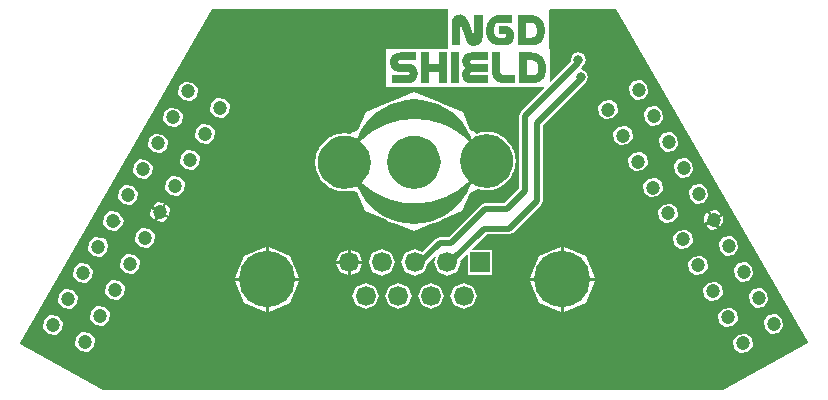
<source format=gtl>
%FSLAX44Y44*%
%MOMM*%
G71*
G01*
G75*
G04 Layer_Physical_Order=1*
G04 Layer_Color=255*
%ADD10C,0.2540*%
%ADD11C,0.2000*%
%ADD12C,0.5000*%
%ADD13C,1.2000*%
%ADD14C,4.7600*%
%ADD15R,1.6900X1.6900*%
%ADD16C,1.6900*%
%ADD17C,0.8000*%
G36*
X303565Y322089D02*
X304004Y322046D01*
X304531Y321914D01*
X305191Y321738D01*
X305893Y321430D01*
X306641Y321035D01*
X307344Y320463D01*
X307388D01*
X307432Y320376D01*
X307651Y320156D01*
X308003Y319760D01*
X308398Y319277D01*
X308882Y318618D01*
X309365Y317827D01*
X309804Y316904D01*
X310200Y315850D01*
X314462Y302711D01*
Y302667D01*
X314550Y302579D01*
X314638Y302447D01*
X314770Y302403D01*
X314814D01*
X314902Y302447D01*
X314989Y302579D01*
X315033Y302843D01*
Y321914D01*
X322020D01*
Y302711D01*
Y302623D01*
Y302447D01*
X321976Y302140D01*
X321932Y301744D01*
X321888Y301305D01*
X321801Y300821D01*
X321625Y300294D01*
X321449Y299811D01*
X321405Y299767D01*
X321361Y299591D01*
X321229Y299327D01*
X321054Y299020D01*
X320834Y298668D01*
X320526Y298317D01*
X320219Y297921D01*
X319867Y297570D01*
X319823Y297526D01*
X319691Y297438D01*
X319472Y297262D01*
X319208Y297043D01*
X318856Y296823D01*
X318461Y296603D01*
X318022Y296383D01*
X317538Y296164D01*
X317494D01*
X317318Y296076D01*
X317055Y296032D01*
X316703Y295944D01*
X316264Y295856D01*
X315781Y295768D01*
X315209Y295724D01*
X314638Y295680D01*
X314418D01*
X314242Y295724D01*
X313803Y295768D01*
X313276Y295856D01*
X312617Y296032D01*
X311957Y296252D01*
X311255Y296603D01*
X310551Y297043D01*
X310464Y297086D01*
X310244Y297306D01*
X309936Y297614D01*
X309541Y298053D01*
X309101Y298580D01*
X308662Y299284D01*
X308266Y300075D01*
X307915Y300953D01*
X303345Y315059D01*
Y315103D01*
X303301Y315234D01*
X303213Y315322D01*
X303037Y315366D01*
X302993D01*
X302949Y315322D01*
X302861Y315234D01*
X302818Y315015D01*
Y295900D01*
X295831D01*
Y315059D01*
Y315147D01*
Y315322D01*
X295875Y315630D01*
X295919Y316025D01*
X295963Y316465D01*
X296050Y316948D01*
X296182Y317475D01*
X296358Y317959D01*
X296402Y318003D01*
X296446Y318179D01*
X296578Y318442D01*
X296754Y318750D01*
X296973Y319101D01*
X297237Y319453D01*
X297896Y320200D01*
X297940Y320244D01*
X298072Y320332D01*
X298292Y320508D01*
X298555Y320727D01*
X298907Y320947D01*
X299346Y321167D01*
X299786Y321386D01*
X300269Y321606D01*
X300313Y321650D01*
X300489Y321694D01*
X300796Y321782D01*
X301148Y321870D01*
X301587Y321958D01*
X302071Y322046D01*
X302598Y322133D01*
X303389D01*
X303565Y322089D01*
D02*
G37*
G36*
X291815Y263900D02*
X285092D01*
Y273655D01*
X276831D01*
Y263900D01*
X270108D01*
Y289958D01*
X276831D01*
Y280378D01*
X285092D01*
Y289958D01*
X291815D01*
Y263900D01*
D02*
G37*
G36*
X346847Y315234D02*
X335862D01*
X335598Y315191D01*
X335247Y315147D01*
X334763Y315059D01*
X334236Y314839D01*
X333709Y314575D01*
X333226Y314224D01*
X332786Y313696D01*
X332742Y313609D01*
X332610Y313433D01*
X332435Y313037D01*
X332259Y312510D01*
X332083Y311851D01*
X331907Y311016D01*
X331775Y310005D01*
X331731Y309434D01*
Y308819D01*
Y308731D01*
Y308555D01*
X331775Y308248D01*
X331819Y307852D01*
X331863Y307369D01*
X331951Y306842D01*
X332083Y306314D01*
X332259Y305743D01*
X332478Y305128D01*
X332742Y304601D01*
X333094Y304073D01*
X333489Y303590D01*
X333973Y303194D01*
X334544Y302887D01*
X335159Y302711D01*
X335906Y302623D01*
X340959D01*
X341179Y302667D01*
X341443Y302799D01*
X341706Y303062D01*
Y303106D01*
X341750Y303150D01*
X341926Y303370D01*
X342058Y303722D01*
X342102Y304117D01*
Y304161D01*
Y304205D01*
X342058Y304469D01*
X341926Y304820D01*
X341706Y305216D01*
Y305260D01*
X341662Y305304D01*
X341487Y305479D01*
X341223Y305655D01*
X341047Y305743D01*
X335818D01*
Y312466D01*
X341311D01*
X341618Y312422D01*
X342058Y312378D01*
X342497Y312290D01*
X343024Y312159D01*
X343552Y311983D01*
X344079Y311763D01*
X344123Y311719D01*
X344343Y311631D01*
X344606Y311499D01*
X344914Y311280D01*
X345309Y311016D01*
X345749Y310708D01*
X346144Y310313D01*
X346540Y309918D01*
X346584Y309874D01*
X346716Y309698D01*
X346891Y309478D01*
X347155Y309170D01*
X347419Y308775D01*
X347682Y308336D01*
X347946Y307808D01*
X348210Y307281D01*
X348254Y307237D01*
X348298Y307017D01*
X348386Y306754D01*
X348517Y306358D01*
X348649Y305919D01*
X348737Y305435D01*
X348781Y304908D01*
X348825Y304337D01*
Y304249D01*
Y304029D01*
X348781Y303678D01*
X348737Y303238D01*
X348649Y302711D01*
X348561Y302140D01*
X348386Y301525D01*
X348166Y300953D01*
X348122Y300909D01*
X348034Y300690D01*
X347902Y300426D01*
X347726Y300075D01*
X347463Y299635D01*
X347199Y299196D01*
X346847Y298756D01*
X346452Y298317D01*
X346408Y298273D01*
X346276Y298141D01*
X346013Y297921D01*
X345749Y297702D01*
X345354Y297394D01*
X344914Y297130D01*
X344475Y296823D01*
X343947Y296559D01*
X343903Y296515D01*
X343728Y296471D01*
X343420Y296383D01*
X343069Y296252D01*
X342629Y296120D01*
X342146Y296032D01*
X341575Y295944D01*
X341003Y295900D01*
X336653D01*
X336433Y295944D01*
X336170D01*
X335862Y295988D01*
X335115Y296120D01*
X334192Y296295D01*
X333181Y296603D01*
X332083Y296999D01*
X330984Y297526D01*
X329886Y298229D01*
X329315Y298624D01*
X328787Y299064D01*
X328260Y299547D01*
X327777Y300118D01*
X327293Y300734D01*
X326898Y301349D01*
X326458Y302096D01*
X326107Y302843D01*
X325799Y303678D01*
X325536Y304601D01*
X325316Y305567D01*
X325140Y306578D01*
X325052Y307676D01*
X325008Y308863D01*
Y308995D01*
Y309039D01*
Y309126D01*
Y309302D01*
X325052Y309566D01*
Y309830D01*
X325096Y310181D01*
X325140Y310577D01*
X325228Y311016D01*
X325404Y311983D01*
X325667Y313081D01*
X326063Y314268D01*
X326546Y315498D01*
X327205Y316684D01*
X327996Y317871D01*
X328480Y318398D01*
X328963Y318969D01*
X329534Y319453D01*
X330106Y319936D01*
X330765Y320376D01*
X331512Y320771D01*
X332259Y321123D01*
X333094Y321386D01*
X333973Y321650D01*
X334895Y321826D01*
X335906Y321914D01*
X337005Y321958D01*
X346847D01*
Y315234D01*
D02*
G37*
G36*
X597696Y44993D02*
X597358Y43768D01*
X525722Y3788D01*
X986D01*
X-69475Y43112D01*
X-69813Y44337D01*
X93116Y326512D01*
X292561D01*
Y325403D01*
X292561D01*
Y293228D01*
X240517D01*
Y260630D01*
X373882D01*
X374368Y259457D01*
X354187Y239275D01*
X352760Y235831D01*
Y174718D01*
X340513Y162471D01*
X324031D01*
X320587Y161044D01*
X293413Y133871D01*
X286231D01*
X282787Y132444D01*
X271123Y120780D01*
X264531Y123511D01*
X256533Y120198D01*
X253220Y112200D01*
X256533Y104202D01*
X264531Y100889D01*
X272529Y104202D01*
X275504Y111385D01*
X281871Y117752D01*
X282927Y117047D01*
X280920Y112200D01*
X284233Y104202D01*
X292231Y100889D01*
X300229Y104202D01*
X303542Y112200D01*
X302979Y113560D01*
X308307Y118888D01*
X309481Y118402D01*
Y101750D01*
X330381D01*
Y122650D01*
X313729D01*
X313242Y123823D01*
X325448Y136029D01*
X344731D01*
X348175Y137456D01*
X371675Y160956D01*
X373102Y164400D01*
X373102Y164400D01*
X373102Y164400D01*
Y164400D01*
Y228613D01*
X408494Y264006D01*
X408497Y264013D01*
X409692Y264508D01*
X411594Y269100D01*
X409692Y273692D01*
X405228Y275541D01*
Y275541D01*
X405228Y275541D01*
X405100Y275594D01*
X405100Y275594D01*
X404773Y276084D01*
X406544Y277856D01*
X407032Y279035D01*
X407692Y279308D01*
X409594Y283900D01*
X407692Y288492D01*
X403100Y290394D01*
X398508Y288492D01*
X396606Y283900D01*
X397252Y282340D01*
X380276Y265364D01*
X379103Y265850D01*
Y293228D01*
X378065D01*
Y325403D01*
X378065D01*
Y325614D01*
X378963Y326512D01*
X435146D01*
X597696Y44993D01*
D02*
G37*
G36*
X363370Y321914D02*
X363633D01*
X363941Y321870D01*
X364732Y321738D01*
X365611Y321562D01*
X366621Y321255D01*
X367720Y320859D01*
X368819Y320332D01*
X369917Y319629D01*
X370488Y319233D01*
X371016Y318794D01*
X371543Y318266D01*
X372026Y317739D01*
X372510Y317124D01*
X372949Y316465D01*
X373344Y315762D01*
X373696Y314971D01*
X374004Y314136D01*
X374267Y313257D01*
X374487Y312290D01*
X374663Y311236D01*
X374751Y310137D01*
X374795Y308951D01*
Y308863D01*
Y308643D01*
Y308336D01*
X374751Y307852D01*
X374707Y307325D01*
X374619Y306710D01*
X374531Y306007D01*
X374399Y305260D01*
X374267Y304469D01*
X374048Y303634D01*
X373784Y302843D01*
X373520Y302008D01*
X373125Y301217D01*
X372729Y300470D01*
X372246Y299767D01*
X371719Y299108D01*
X371675Y299064D01*
X371587Y298976D01*
X371411Y298800D01*
X371147Y298624D01*
X370840Y298361D01*
X370444Y298097D01*
X370005Y297789D01*
X369478Y297526D01*
X368862Y297218D01*
X368203Y296911D01*
X367456Y296647D01*
X366665Y296383D01*
X365830Y296208D01*
X364864Y296032D01*
X363853Y295944D01*
X362798Y295900D01*
X351857D01*
Y321958D01*
X363150D01*
X363370Y321914D01*
D02*
G37*
G36*
X326530Y283235D02*
X312820D01*
X312556Y283190D01*
X312248Y283059D01*
X311941Y282795D01*
X311897Y282707D01*
X311765Y282487D01*
X311589Y282180D01*
X311546Y281784D01*
Y281740D01*
Y281696D01*
X311589Y281433D01*
X311677Y281081D01*
X311897Y280730D01*
X311985Y280686D01*
X312161Y280554D01*
X312512Y280378D01*
X312952Y280334D01*
X326530D01*
Y273611D01*
X312820D01*
X312556Y273567D01*
X312248Y273435D01*
X311941Y273172D01*
X311897Y273084D01*
X311765Y272908D01*
X311589Y272557D01*
X311546Y272117D01*
Y272073D01*
Y272029D01*
X311589Y271722D01*
X311721Y271370D01*
X311941Y271019D01*
X312029Y270975D01*
X312205Y270843D01*
X312556Y270667D01*
X312952Y270623D01*
X326530D01*
Y263900D01*
X311677D01*
X311370Y263944D01*
X310930Y263988D01*
X310447Y264032D01*
X309920Y264164D01*
X309392Y264296D01*
X308865Y264471D01*
X308821Y264515D01*
X308645Y264603D01*
X308382Y264735D01*
X308074Y264911D01*
X307722Y265130D01*
X307327Y265438D01*
X306975Y265746D01*
X306624Y266097D01*
X306580Y266141D01*
X306492Y266273D01*
X306316Y266493D01*
X306141Y266756D01*
X305921Y267108D01*
X305701Y267547D01*
X305481Y267987D01*
X305262Y268470D01*
Y268514D01*
X305174Y268734D01*
X305130Y268997D01*
X305042Y269349D01*
X304954Y269788D01*
X304866Y270272D01*
X304822Y270799D01*
X304778Y271370D01*
Y271414D01*
Y271502D01*
Y271634D01*
X304822Y271810D01*
X304866Y272293D01*
X304954Y272820D01*
Y272864D01*
X304998Y272952D01*
X305042Y273128D01*
X305086Y273304D01*
X305262Y273787D01*
X305481Y274358D01*
Y274402D01*
X305569Y274490D01*
X305657Y274666D01*
X305745Y274841D01*
X306053Y275325D01*
X306448Y275852D01*
X306492Y275896D01*
X306536Y275984D01*
X306668Y276116D01*
X306844Y276248D01*
X307239Y276643D01*
X307766Y277039D01*
X307679Y277083D01*
X307503Y277214D01*
X307195Y277434D01*
X306844Y277742D01*
X306448Y278137D01*
X306097Y278577D01*
X305745Y279104D01*
X305438Y279675D01*
X305394Y279763D01*
X305350Y279939D01*
X305262Y280290D01*
X305130Y280730D01*
X304998Y281257D01*
X304910Y281828D01*
X304866Y282487D01*
X304822Y283147D01*
Y283190D01*
Y283366D01*
X304866Y283630D01*
Y283981D01*
X304954Y284377D01*
X305042Y284816D01*
X305130Y285256D01*
X305306Y285739D01*
X305350Y285783D01*
X305394Y285959D01*
X305525Y286179D01*
X305701Y286486D01*
X306141Y287189D01*
X306756Y287892D01*
X306800Y287936D01*
X306931Y288068D01*
X307107Y288200D01*
X307371Y288420D01*
X307722Y288683D01*
X308074Y288903D01*
X308514Y289167D01*
X308997Y289386D01*
X309041Y289430D01*
X309216Y289474D01*
X309524Y289562D01*
X309876Y289694D01*
X310315Y289782D01*
X310798Y289870D01*
X311370Y289914D01*
X311985Y289958D01*
X326530D01*
Y283235D01*
D02*
G37*
G36*
X301878Y263900D02*
X295155D01*
Y289958D01*
X301878D01*
Y263900D01*
D02*
G37*
G36*
X265494Y283235D02*
X251784D01*
X251521Y283190D01*
X251213Y283059D01*
X250905Y282795D01*
X250862Y282707D01*
X250730Y282487D01*
X250554Y282180D01*
X250510Y281784D01*
Y281740D01*
Y281696D01*
X250554Y281433D01*
X250686Y281081D01*
X250905Y280730D01*
X250993Y280686D01*
X251169Y280554D01*
X251521Y280378D01*
X251916Y280334D01*
X258815D01*
X259079Y280290D01*
X259430D01*
X259826Y280246D01*
X260749Y280071D01*
X261759Y279851D01*
X262814Y279455D01*
X263824Y278972D01*
X264308Y278621D01*
X264747Y278269D01*
X264791Y278225D01*
X264835Y278181D01*
X264967Y278049D01*
X265099Y277873D01*
X265275Y277654D01*
X265494Y277434D01*
X265714Y277083D01*
X265934Y276731D01*
X266109Y276336D01*
X266329Y275896D01*
X266549Y275369D01*
X266725Y274841D01*
X266856Y274226D01*
X266988Y273567D01*
X267032Y272864D01*
X267076Y272117D01*
Y272073D01*
Y271941D01*
Y271722D01*
X267032Y271458D01*
X266988Y271106D01*
X266944Y270711D01*
X266812Y269832D01*
X266505Y268822D01*
X266109Y267811D01*
X265846Y267283D01*
X265538Y266844D01*
X265187Y266361D01*
X264791Y265965D01*
X264747D01*
X264703Y265877D01*
X264571Y265790D01*
X264352Y265658D01*
X264132Y265482D01*
X263868Y265306D01*
X263517Y265130D01*
X263121Y264955D01*
X262682Y264735D01*
X262199Y264559D01*
X261671Y264383D01*
X261100Y264208D01*
X260485Y264076D01*
X259826Y263988D01*
X259079Y263944D01*
X258332Y263900D01*
X244973D01*
Y270623D01*
X259210D01*
X259430Y270667D01*
X259694Y270799D01*
X259958Y271019D01*
X260002Y271106D01*
X260133Y271326D01*
X260265Y271678D01*
X260309Y272117D01*
Y272161D01*
Y272205D01*
Y272249D01*
X260265Y272513D01*
X260177Y272864D01*
X259958Y273172D01*
X259914Y273260D01*
X259738Y273391D01*
X259474Y273523D01*
X259123Y273611D01*
X252092D01*
X251653Y273655D01*
X251081Y273699D01*
X250422Y273787D01*
X249763Y273919D01*
X249060Y274095D01*
X248401Y274358D01*
X248313Y274402D01*
X248137Y274490D01*
X247830Y274666D01*
X247478Y274886D01*
X247039Y275149D01*
X246599Y275457D01*
X246160Y275852D01*
X245720Y276248D01*
X245676Y276292D01*
X245545Y276467D01*
X245369Y276687D01*
X245149Y276995D01*
X244929Y277390D01*
X244666Y277830D01*
X244446Y278313D01*
X244226Y278840D01*
Y278928D01*
X244138Y279104D01*
X244095Y279412D01*
X244007Y279763D01*
X243919Y280246D01*
X243875Y280730D01*
X243787Y281828D01*
Y281916D01*
Y282092D01*
X243831Y282400D01*
Y282839D01*
X243919Y283278D01*
X244007Y283806D01*
X244095Y284377D01*
X244270Y284904D01*
X244314Y284992D01*
X244358Y285168D01*
X244490Y285432D01*
X244666Y285783D01*
X244841Y286179D01*
X245105Y286618D01*
X245457Y287057D01*
X245808Y287497D01*
X245852Y287541D01*
X245984Y287673D01*
X246248Y287892D01*
X246555Y288156D01*
X246951Y288420D01*
X247390Y288727D01*
X247917Y289035D01*
X248533Y289298D01*
X248620Y289342D01*
X248840Y289386D01*
X249192Y289518D01*
X249675Y289650D01*
X250246Y289738D01*
X250905Y289870D01*
X251653Y289914D01*
X252487Y289958D01*
X265494D01*
Y283235D01*
D02*
G37*
G36*
X364408Y289914D02*
X364671D01*
X364979Y289870D01*
X365770Y289738D01*
X366649Y289562D01*
X367659Y289254D01*
X368758Y288859D01*
X369856Y288332D01*
X370955Y287629D01*
X371526Y287233D01*
X372054Y286794D01*
X372581Y286266D01*
X373064Y285739D01*
X373548Y285124D01*
X373987Y284465D01*
X374383Y283762D01*
X374734Y282971D01*
X375042Y282136D01*
X375305Y281257D01*
X375525Y280290D01*
X375701Y279236D01*
X375789Y278137D01*
X375833Y276951D01*
Y276863D01*
Y276643D01*
Y276336D01*
X375789Y275852D01*
X375745Y275325D01*
X375657Y274710D01*
X375569Y274007D01*
X375437Y273260D01*
X375305Y272469D01*
X375086Y271634D01*
X374822Y270843D01*
X374558Y270008D01*
X374163Y269217D01*
X373767Y268470D01*
X373284Y267767D01*
X372757Y267108D01*
X372713Y267064D01*
X372625Y266976D01*
X372449Y266800D01*
X372185Y266624D01*
X371878Y266361D01*
X371482Y266097D01*
X371043Y265790D01*
X370516Y265526D01*
X369900Y265218D01*
X369241Y264911D01*
X368494Y264647D01*
X367703Y264383D01*
X366868Y264208D01*
X365902Y264032D01*
X364891Y263944D01*
X363836Y263900D01*
X352895D01*
Y289958D01*
X364188D01*
X364408Y289914D01*
D02*
G37*
G36*
X336636Y275325D02*
Y275281D01*
Y275237D01*
Y274973D01*
X336724Y274534D01*
X336812Y274051D01*
X336944Y273479D01*
X337164Y272908D01*
X337471Y272337D01*
X337867Y271854D01*
X337911Y271810D01*
X338086Y271678D01*
X338394Y271458D01*
X338789Y271238D01*
X339273Y271019D01*
X339888Y270799D01*
X340591Y270667D01*
X341426Y270623D01*
X349907D01*
Y263900D01*
X341074D01*
X340811Y263944D01*
X340547D01*
X339844Y263988D01*
X339053Y264076D01*
X338174Y264251D01*
X337295Y264427D01*
X336461Y264691D01*
X336417D01*
X336373Y264735D01*
X336109Y264823D01*
X335670Y265042D01*
X335186Y265262D01*
X334615Y265614D01*
X334000Y266009D01*
X333385Y266449D01*
X332813Y266976D01*
X332769Y267064D01*
X332594Y267240D01*
X332330Y267547D01*
X331978Y267987D01*
X331627Y268514D01*
X331275Y269129D01*
X330924Y269832D01*
X330616Y270579D01*
Y270623D01*
X330572Y270667D01*
Y270799D01*
X330528Y270931D01*
X330397Y271370D01*
X330265Y271985D01*
X330133Y272644D01*
X330045Y273479D01*
X329957Y274358D01*
X329913Y275325D01*
Y289958D01*
X336636D01*
Y275325D01*
D02*
G37*
%LPC*%
G36*
X-18572Y111353D02*
X-23830Y107318D01*
X-24695Y100747D01*
X-20660Y95489D01*
X-14089Y94624D01*
X-8831Y98659D01*
X-7966Y105230D01*
X-12001Y110487D01*
X-18572Y111353D01*
D02*
G37*
G36*
X138311Y125400D02*
X119834Y117746D01*
X112181Y99270D01*
X138311D01*
Y125400D01*
D02*
G37*
G36*
X545283Y112652D02*
X538713Y111786D01*
X534678Y106529D01*
X535543Y99958D01*
X540801Y95924D01*
X547372Y96789D01*
X551406Y102046D01*
X550541Y108617D01*
X545283Y112652D01*
D02*
G37*
G36*
X557983Y90655D02*
X551413Y89789D01*
X547378Y84532D01*
X548243Y77961D01*
X553501Y73926D01*
X560072Y74791D01*
X564106Y80049D01*
X563241Y86620D01*
X557983Y90655D01*
D02*
G37*
G36*
X-31272Y89355D02*
X-36530Y85321D01*
X-37395Y78750D01*
X-33360Y73492D01*
X-26789Y72627D01*
X-21532Y76662D01*
X-20666Y83232D01*
X-24701Y88490D01*
X-31272Y89355D01*
D02*
G37*
G36*
X8715Y97215D02*
X3457Y93180D01*
X2592Y86610D01*
X6627Y81352D01*
X13198Y80487D01*
X18455Y84521D01*
X19320Y91092D01*
X15286Y96350D01*
X8715Y97215D01*
D02*
G37*
G36*
X519446Y96003D02*
X512876Y95138D01*
X508841Y89880D01*
X509706Y83309D01*
X514964Y79274D01*
X521535Y80139D01*
X525569Y85397D01*
X524704Y91968D01*
X519446Y96003D01*
D02*
G37*
G36*
X506746Y117999D02*
X500176Y117135D01*
X496141Y111877D01*
X497006Y105306D01*
X502264Y101271D01*
X508835Y102136D01*
X512869Y107394D01*
X512004Y113965D01*
X506746Y117999D01*
D02*
G37*
G36*
X207861Y110930D02*
X198346D01*
X201133Y104202D01*
X207861Y101415D01*
Y110930D01*
D02*
G37*
G36*
X219916D02*
X210401D01*
Y101415D01*
X217129Y104202D01*
X219916Y110930D01*
D02*
G37*
G36*
X236831Y123511D02*
X228833Y120198D01*
X225520Y112200D01*
X228833Y104202D01*
X236831Y100889D01*
X244829Y104202D01*
X248142Y112200D01*
X244829Y120198D01*
X236831Y123511D01*
D02*
G37*
G36*
X140851Y125400D02*
Y99270D01*
X166980D01*
X159327Y117746D01*
X140851Y125400D01*
D02*
G37*
G36*
X388211D02*
X369734Y117746D01*
X362081Y99270D01*
X388211D01*
Y125400D01*
D02*
G37*
G36*
X390751D02*
Y99270D01*
X416880D01*
X409227Y117746D01*
X390751Y125400D01*
D02*
G37*
G36*
X306081Y95111D02*
X298083Y91798D01*
X294770Y83800D01*
X298083Y75802D01*
X306081Y72489D01*
X314079Y75802D01*
X317392Y83800D01*
X314079Y91798D01*
X306081Y95111D01*
D02*
G37*
G36*
X-43972Y67358D02*
X-49229Y63324D01*
X-50095Y56753D01*
X-46060Y51495D01*
X-39489Y50630D01*
X-34232Y54665D01*
X-33366Y61235D01*
X-37401Y66493D01*
X-43972Y67358D01*
D02*
G37*
G36*
X570683Y68657D02*
X564113Y67793D01*
X560078Y62535D01*
X560943Y55964D01*
X566201Y51929D01*
X572772Y52794D01*
X576806Y58052D01*
X575941Y64623D01*
X570683Y68657D01*
D02*
G37*
G36*
X532146Y74005D02*
X525576Y73140D01*
X521541Y67882D01*
X522406Y61312D01*
X527664Y57277D01*
X534235Y58142D01*
X538269Y63400D01*
X537404Y69971D01*
X532146Y74005D01*
D02*
G37*
G36*
X-16685Y53221D02*
X-21943Y49186D01*
X-22808Y42616D01*
X-18773Y37358D01*
X-12202Y36493D01*
X-6945Y40527D01*
X-6079Y47098D01*
X-10114Y52356D01*
X-16685Y53221D01*
D02*
G37*
G36*
X364891Y283235D02*
X359618D01*
Y270623D01*
X364979D01*
X365243Y270667D01*
X365594Y270711D01*
X366077Y270799D01*
X366605Y270975D01*
X367132Y271238D01*
X367615Y271634D01*
X368055Y272117D01*
X368099Y272205D01*
X368231Y272425D01*
X368406Y272776D01*
X368582Y273304D01*
X368758Y273963D01*
X368934Y274798D01*
X369066Y275808D01*
X369109Y276380D01*
Y276995D01*
Y277083D01*
Y277258D01*
X369066Y277566D01*
Y277961D01*
X368978Y278445D01*
X368890Y278972D01*
X368758Y279543D01*
X368582Y280115D01*
X368363Y280686D01*
X368099Y281257D01*
X367747Y281784D01*
X367352Y282268D01*
X366868Y282663D01*
X366297Y282971D01*
X365638Y283147D01*
X364891Y283235D01*
D02*
G37*
G36*
X363853Y315234D02*
X358580D01*
Y302623D01*
X363941D01*
X364205Y302667D01*
X364556Y302711D01*
X365039Y302799D01*
X365567Y302975D01*
X366094Y303238D01*
X366577Y303634D01*
X367017Y304117D01*
X367061Y304205D01*
X367193Y304425D01*
X367368Y304776D01*
X367544Y305304D01*
X367720Y305963D01*
X367896Y306798D01*
X368027Y307808D01*
X368072Y308379D01*
Y308995D01*
Y309083D01*
Y309258D01*
X368027Y309566D01*
Y309961D01*
X367940Y310445D01*
X367852Y310972D01*
X367720Y311543D01*
X367544Y312115D01*
X367324Y312686D01*
X367061Y313257D01*
X366709Y313784D01*
X366314Y314268D01*
X365830Y314663D01*
X365259Y314971D01*
X364600Y315147D01*
X363853Y315234D01*
D02*
G37*
G36*
X544846Y52008D02*
X538276Y51143D01*
X534241Y45886D01*
X535106Y39315D01*
X540364Y35280D01*
X546935Y36145D01*
X550969Y41403D01*
X550104Y47974D01*
X544846Y52008D01*
D02*
G37*
G36*
X-3985Y75218D02*
X-9243Y71183D01*
X-10108Y64613D01*
X-6073Y59355D01*
X498Y58490D01*
X5756Y62524D01*
X6621Y69095D01*
X2586Y74353D01*
X-3985Y75218D01*
D02*
G37*
G36*
X222981Y95111D02*
X214983Y91798D01*
X211670Y83800D01*
X214983Y75802D01*
X222981Y72489D01*
X230979Y75802D01*
X234292Y83800D01*
X230979Y91798D01*
X222981Y95111D01*
D02*
G37*
G36*
X250681D02*
X242683Y91798D01*
X239370Y83800D01*
X242683Y75802D01*
X250681Y72489D01*
X258679Y75802D01*
X261992Y83800D01*
X258679Y91798D01*
X250681Y95111D01*
D02*
G37*
G36*
X278381D02*
X270383Y91798D01*
X267070Y83800D01*
X270383Y75802D01*
X278381Y72489D01*
X286379Y75802D01*
X289692Y83800D01*
X286379Y91798D01*
X278381Y95111D01*
D02*
G37*
G36*
X416880Y96730D02*
X390751D01*
Y70600D01*
X409227Y78253D01*
X416880Y96730D01*
D02*
G37*
G36*
X138311D02*
X112181D01*
X119834Y78253D01*
X138311Y70600D01*
Y96730D01*
D02*
G37*
G36*
X166980D02*
X140851D01*
Y70600D01*
X159327Y78253D01*
X166980Y96730D01*
D02*
G37*
G36*
X388211D02*
X362081D01*
X369734Y78253D01*
X388211Y70600D01*
Y96730D01*
D02*
G37*
G36*
X72215Y207200D02*
X66957Y203166D01*
X66092Y196595D01*
X70127Y191337D01*
X76698Y190472D01*
X81955Y194506D01*
X82821Y201077D01*
X78786Y206335D01*
X72215Y207200D01*
D02*
G37*
G36*
X455946Y205988D02*
X449376Y205123D01*
X445341Y199865D01*
X446206Y193294D01*
X451464Y189260D01*
X458035Y190125D01*
X462069Y195382D01*
X461204Y201953D01*
X455946Y205988D01*
D02*
G37*
G36*
X481783Y222637D02*
X475213Y221772D01*
X471178Y216514D01*
X472043Y209943D01*
X477301Y205909D01*
X483872Y206774D01*
X487906Y212032D01*
X487041Y218602D01*
X481783Y222637D01*
D02*
G37*
G36*
X44928Y221338D02*
X39671Y217303D01*
X38805Y210732D01*
X42840Y205475D01*
X49411Y204610D01*
X54668Y208644D01*
X55534Y215215D01*
X51499Y220473D01*
X44928Y221338D01*
D02*
G37*
G36*
X494483Y200640D02*
X487913Y199775D01*
X483878Y194517D01*
X484743Y187946D01*
X490001Y183912D01*
X496572Y184777D01*
X500606Y190035D01*
X499741Y196605D01*
X494483Y200640D01*
D02*
G37*
G36*
X468646Y183991D02*
X462076Y183126D01*
X458041Y177868D01*
X458906Y171297D01*
X464164Y167263D01*
X470735Y168128D01*
X474769Y173386D01*
X473904Y179956D01*
X468646Y183991D01*
D02*
G37*
G36*
X507183Y178643D02*
X500613Y177778D01*
X499573Y176423D01*
X499025Y176196D01*
X498586Y175136D01*
X496578Y172520D01*
X497443Y165949D01*
X502701Y161915D01*
X509272Y162780D01*
X513306Y168037D01*
X512441Y174608D01*
X507183Y178643D01*
D02*
G37*
G36*
X32228Y199341D02*
X26971Y195306D01*
X26105Y188736D01*
X30140Y183478D01*
X36711Y182613D01*
X41968Y186647D01*
X42834Y193218D01*
X38799Y198476D01*
X32228Y199341D01*
D02*
G37*
G36*
X59515Y185203D02*
X54257Y181169D01*
X53392Y174598D01*
X57427Y169340D01*
X63998Y168475D01*
X69255Y172509D01*
X70121Y179080D01*
X66086Y184338D01*
X59515Y185203D01*
D02*
G37*
G36*
X97615Y251194D02*
X92357Y247160D01*
X91492Y240589D01*
X95527Y235331D01*
X102098Y234466D01*
X107355Y238501D01*
X108221Y245071D01*
X104186Y250329D01*
X97615Y251194D01*
D02*
G37*
G36*
X430546Y249982D02*
X423976Y249117D01*
X419941Y243859D01*
X420806Y237288D01*
X426064Y233254D01*
X432635Y234119D01*
X436669Y239377D01*
X435804Y245947D01*
X430546Y249982D01*
D02*
G37*
G36*
X456383Y266631D02*
X449813Y265766D01*
X445778Y260508D01*
X446643Y253937D01*
X451901Y249903D01*
X458472Y250768D01*
X462506Y256026D01*
X461641Y262596D01*
X456383Y266631D01*
D02*
G37*
G36*
X70328Y265332D02*
X65071Y261297D01*
X64205Y254727D01*
X68240Y249469D01*
X74811Y248604D01*
X80069Y252638D01*
X80934Y259209D01*
X76899Y264467D01*
X70328Y265332D01*
D02*
G37*
G36*
X469083Y244634D02*
X462513Y243769D01*
X458478Y238511D01*
X459343Y231940D01*
X464601Y227906D01*
X471172Y228771D01*
X475206Y234029D01*
X474341Y240599D01*
X469083Y244634D01*
D02*
G37*
G36*
X84915Y229197D02*
X79657Y225163D01*
X78792Y218592D01*
X82827Y213334D01*
X89398Y212469D01*
X94656Y216504D01*
X95520Y223074D01*
X91486Y228332D01*
X84915Y229197D01*
D02*
G37*
G36*
X443246Y227985D02*
X436676Y227120D01*
X432641Y221862D01*
X433506Y215291D01*
X438764Y211257D01*
X445335Y212122D01*
X449369Y217379D01*
X448504Y223950D01*
X443246Y227985D01*
D02*
G37*
G36*
X57628Y243335D02*
X52371Y239300D01*
X51505Y232730D01*
X55540Y227472D01*
X62111Y226607D01*
X67368Y230641D01*
X68234Y237212D01*
X64199Y242470D01*
X57628Y243335D01*
D02*
G37*
G36*
X264343Y256452D02*
X247794Y249597D01*
X243813Y248246D01*
X243700Y248147D01*
X243551Y248137D01*
X239781Y246278D01*
X223231Y239423D01*
X216975Y224318D01*
X210606Y221680D01*
X210606Y221680D01*
X210207Y221015D01*
X210062Y221059D01*
X209842Y221037D01*
X209646Y221142D01*
X205255Y221574D01*
X205043Y221510D01*
X204831Y221574D01*
X200439Y221142D01*
X200244Y221037D01*
X200023Y221059D01*
X195801Y219778D01*
X195629Y219638D01*
X195409Y219616D01*
X191517Y217536D01*
X191377Y217365D01*
X191164Y217300D01*
X187754Y214501D01*
X187649Y214305D01*
X187453Y214201D01*
X184654Y210790D01*
X184590Y210578D01*
X184419Y210437D01*
X182339Y206546D01*
X182317Y206325D01*
X182176Y206154D01*
X180895Y201931D01*
X180917Y201711D01*
X180812Y201515D01*
X180380Y197124D01*
X180444Y196912D01*
X180380Y196700D01*
X180812Y192308D01*
X180917Y192113D01*
X180895Y191892D01*
X182176Y187670D01*
X182317Y187498D01*
X182339Y187278D01*
X184419Y183386D01*
X184590Y183246D01*
X184654Y183033D01*
X187453Y179623D01*
X187649Y179518D01*
X187754Y179322D01*
X191164Y176523D01*
X191377Y176459D01*
X191517Y176287D01*
X195409Y174207D01*
X195629Y174186D01*
X195801Y174045D01*
X200023Y172764D01*
X200244Y172786D01*
X200439Y172682D01*
X204831Y172249D01*
X205043Y172313D01*
X205255Y172249D01*
X209646Y172682D01*
X209842Y172786D01*
X210062Y172764D01*
X212539Y173515D01*
X212836Y173037D01*
X212836Y173037D01*
X215892Y171771D01*
X222631Y155500D01*
X239181Y148645D01*
X242951Y146786D01*
X243100Y146776D01*
X243213Y146678D01*
X247194Y145326D01*
X263743Y138472D01*
X280292Y145326D01*
X284273Y146678D01*
X284385Y146776D01*
X284534Y146786D01*
X288305Y148645D01*
X304854Y155500D01*
X311304Y171071D01*
X318480Y174044D01*
X318480Y174044D01*
X318725Y174452D01*
X320482Y173919D01*
X320703Y173941D01*
X320899Y173836D01*
X325290Y173404D01*
X325502Y173468D01*
X325714Y173404D01*
X330105Y173836D01*
X330301Y173941D01*
X330522Y173919D01*
X334744Y175200D01*
X334915Y175341D01*
X335136Y175362D01*
X339027Y177442D01*
X339168Y177614D01*
X339380Y177678D01*
X342791Y180478D01*
X342896Y180673D01*
X343091Y180778D01*
X345890Y184188D01*
X345955Y184401D01*
X346126Y184541D01*
X348206Y188433D01*
X348228Y188653D01*
X348369Y188825D01*
X349650Y193047D01*
X349628Y193268D01*
X349732Y193463D01*
X350165Y197854D01*
X350100Y198067D01*
X350165Y198279D01*
X349732Y202670D01*
X349628Y202866D01*
X349650Y203086D01*
X348369Y207309D01*
X348228Y207480D01*
X348206Y207701D01*
X346126Y211592D01*
X345955Y211733D01*
X345890Y211945D01*
X343091Y215356D01*
X342896Y215460D01*
X342791Y215656D01*
X339380Y218455D01*
X339168Y218519D01*
X339027Y218691D01*
X335136Y220771D01*
X334915Y220793D01*
X334744Y220933D01*
X330522Y222214D01*
X330301Y222192D01*
X330105Y222297D01*
X325714Y222729D01*
X325502Y222665D01*
X325290Y222729D01*
X320899Y222297D01*
X320703Y222192D01*
X320482Y222214D01*
X317038Y221169D01*
X315982Y221875D01*
X315935Y222351D01*
X316249Y222687D01*
X311586Y224618D01*
X305454Y239423D01*
X288905Y246278D01*
X285134Y248137D01*
X284985Y248147D01*
X284873Y248246D01*
X280892Y249597D01*
X264343Y256452D01*
D02*
G37*
G36*
X34115Y141209D02*
X28857Y137175D01*
X27992Y130604D01*
X32027Y125346D01*
X38598Y124481D01*
X43856Y128515D01*
X44721Y135086D01*
X40686Y140344D01*
X34115Y141209D01*
D02*
G37*
G36*
X494046Y139997D02*
X487476Y139131D01*
X483441Y133874D01*
X484306Y127303D01*
X489564Y123268D01*
X496135Y124134D01*
X500169Y129391D01*
X499304Y135962D01*
X494046Y139997D01*
D02*
G37*
G36*
X517177Y146547D02*
X511234Y143115D01*
X515401Y139918D01*
X520609Y140603D01*
X517177Y146547D01*
D02*
G37*
G36*
X6828Y155347D02*
X1570Y151312D01*
X705Y144741D01*
X4740Y139483D01*
X11311Y138618D01*
X16568Y142653D01*
X16734Y143911D01*
X17509Y144686D01*
X17509Y144686D01*
X17509Y144686D01*
X18461Y146982D01*
X17509Y149279D01*
X17336Y149350D01*
X13399Y154482D01*
X6828Y155347D01*
D02*
G37*
G36*
X525321Y151248D02*
X519377Y147817D01*
X522809Y141873D01*
X526006Y146040D01*
X525321Y151248D01*
D02*
G37*
G36*
X207861Y122985D02*
X201133Y120198D01*
X198346Y113470D01*
X207861D01*
Y122985D01*
D02*
G37*
G36*
X21415Y119212D02*
X16157Y115177D01*
X15292Y108607D01*
X19327Y103349D01*
X25898Y102484D01*
X31156Y106518D01*
X32020Y113089D01*
X27986Y118347D01*
X21415Y119212D01*
D02*
G37*
G36*
X210401Y122985D02*
Y113470D01*
X219916D01*
X217129Y120198D01*
X210401Y122985D01*
D02*
G37*
G36*
X532583Y134649D02*
X526013Y133784D01*
X521978Y128526D01*
X522843Y121955D01*
X528101Y117921D01*
X534672Y118786D01*
X538706Y124043D01*
X537841Y130614D01*
X532583Y134649D01*
D02*
G37*
G36*
X-5872Y133350D02*
X-11129Y129315D01*
X-11995Y122744D01*
X-7960Y117486D01*
X-1389Y116621D01*
X3868Y120656D01*
X4734Y127227D01*
X3769Y128484D01*
X4231Y129600D01*
X3280Y131896D01*
X984Y132847D01*
X251Y132543D01*
X-5872Y133350D01*
D02*
G37*
G36*
X54223Y161250D02*
X50791Y155307D01*
X56735Y151875D01*
X57421Y157083D01*
X54223Y161250D01*
D02*
G37*
G36*
X519883Y156646D02*
X514675Y155960D01*
X518107Y150016D01*
X524051Y153448D01*
X519883Y156646D01*
D02*
G37*
G36*
X19528Y177344D02*
X14270Y173309D01*
X13405Y166738D01*
X17440Y161481D01*
X24011Y160616D01*
X29269Y164650D01*
X30134Y171221D01*
X26099Y176479D01*
X19528Y177344D01*
D02*
G37*
G36*
X46815Y163206D02*
X42648Y160008D01*
X48592Y156577D01*
X52023Y162520D01*
X46815Y163206D01*
D02*
G37*
G36*
X41378Y157809D02*
X40692Y152601D01*
X43890Y148434D01*
X47322Y154377D01*
X41378Y157809D01*
D02*
G37*
G36*
X49521Y153107D02*
X46090Y147163D01*
X51298Y146478D01*
X55465Y149676D01*
X49521Y153107D01*
D02*
G37*
G36*
X512476Y154690D02*
X509278Y150523D01*
X509964Y145315D01*
X515907Y148747D01*
X512476Y154690D01*
D02*
G37*
G36*
X481346Y161994D02*
X474776Y161129D01*
X470741Y155871D01*
X471606Y149300D01*
X476864Y145266D01*
X483435Y146131D01*
X487469Y151388D01*
X486604Y157959D01*
X481346Y161994D01*
D02*
G37*
%LPD*%
G36*
X271108Y249698D02*
X277757Y248375D01*
X284177Y246196D01*
X290257Y243197D01*
X295894Y239431D01*
X300992Y234961D01*
X305462Y229863D01*
X309228Y224226D01*
X312227Y218146D01*
X312373Y217715D01*
X312296Y217684D01*
X312493Y217207D01*
X312090Y216232D01*
X311823Y216122D01*
X311817Y216131D01*
X311819Y216136D01*
X311811Y216141D01*
X311817Y216131D01*
X311676Y215791D01*
X310702Y215387D01*
X309771Y215773D01*
X309830Y215837D01*
X309843Y215850D01*
X305913Y219363D01*
X299859Y223658D01*
X293362Y227248D01*
X286504Y230089D01*
X279372Y232144D01*
X272054Y233387D01*
X264643Y233804D01*
X257232Y233387D01*
X249914Y232144D01*
X242781Y230089D01*
X235923Y227248D01*
X229426Y223658D01*
X223373Y219363D01*
X218405Y214923D01*
X220959Y212827D01*
X223758Y209417D01*
X225838Y205525D01*
X227119Y201303D01*
X227551Y196912D01*
X227119Y192521D01*
X225838Y188298D01*
X223758Y184407D01*
X220959Y180996D01*
X219409Y179724D01*
X223173Y176361D01*
X229226Y172066D01*
X235723Y168475D01*
X242581Y165634D01*
X249714Y163580D01*
X257032Y162336D01*
X264443Y161920D01*
X271854Y162336D01*
X279172Y163580D01*
X286304Y165634D01*
X293162Y168475D01*
X299659Y172066D01*
X305713Y176361D01*
X310944Y181036D01*
X309586Y182151D01*
X306787Y185562D01*
X304707Y189453D01*
X303426Y193676D01*
X302994Y198067D01*
X303426Y202458D01*
X304707Y206680D01*
X306787Y210572D01*
X309586Y213983D01*
X312997Y216782D01*
X316888Y218862D01*
X321111Y220143D01*
X325502Y220575D01*
X329893Y220143D01*
X334116Y218862D01*
X338007Y216782D01*
X341418Y213983D01*
X344217Y210572D01*
X346297Y206680D01*
X347578Y202458D01*
X348010Y198067D01*
X347578Y193676D01*
X346297Y189453D01*
X344217Y185562D01*
X341418Y182151D01*
X338007Y179352D01*
X334116Y177272D01*
X329893Y175991D01*
X325502Y175558D01*
X321111Y175991D01*
X316888Y177272D01*
X312997Y179352D01*
X312937Y179401D01*
X312405Y178925D01*
X312368Y178962D01*
X311627Y176777D01*
X308628Y170697D01*
X304862Y165060D01*
X300392Y159963D01*
X295294Y155493D01*
X289657Y151726D01*
X283577Y148728D01*
X277157Y146549D01*
X270508Y145226D01*
X263743Y144782D01*
X256978Y145226D01*
X250328Y146549D01*
X243909Y148728D01*
X237828Y151726D01*
X232191Y155493D01*
X227094Y159963D01*
X222624Y165060D01*
X218857Y170697D01*
X215859Y176777D01*
X215713Y177208D01*
X215790Y177239D01*
X215784Y177254D01*
X213656Y176117D01*
X209434Y174836D01*
X205043Y174403D01*
X200652Y174836D01*
X196429Y176117D01*
X192538Y178197D01*
X189127Y180996D01*
X186328Y184407D01*
X184248Y188298D01*
X182967Y192521D01*
X182534Y196912D01*
X182967Y201303D01*
X184248Y205525D01*
X186328Y209417D01*
X189127Y212827D01*
X192538Y215627D01*
X196429Y217707D01*
X200652Y218988D01*
X205043Y219420D01*
X209434Y218988D01*
X213656Y217707D01*
X215902Y216506D01*
X216459Y218146D01*
X219457Y224226D01*
X223224Y229863D01*
X227694Y234961D01*
X232791Y239431D01*
X238428Y243197D01*
X244508Y246196D01*
X250928Y248375D01*
X257578Y249698D01*
X264343Y250141D01*
X271108Y249698D01*
D02*
G37*
G36*
X268334Y219188D02*
X272556Y217907D01*
X276448Y215827D01*
X279859Y213027D01*
X282658Y209617D01*
X284738Y205725D01*
X286019Y201503D01*
X286451Y197112D01*
X286019Y192721D01*
X284738Y188498D01*
X282658Y184607D01*
X279859Y181196D01*
X276448Y178397D01*
X272556Y176317D01*
X268334Y175036D01*
X263943Y174603D01*
X259552Y175036D01*
X255329Y176317D01*
X251438Y178397D01*
X248027Y181196D01*
X245228Y184607D01*
X243148Y188498D01*
X241867Y192721D01*
X241434Y197112D01*
X241867Y201503D01*
X243148Y205725D01*
X245228Y209617D01*
X248027Y213027D01*
X251438Y215827D01*
X255329Y217907D01*
X259552Y219188D01*
X263943Y219620D01*
X268334Y219188D01*
D02*
G37*
%LPC*%
G36*
X312360Y178971D02*
X312368Y178962D01*
X312370Y178967D01*
X312360Y178971D01*
D02*
G37*
%LPD*%
D10*
X218384Y178957D02*
G03*
X312061Y180466I46059J49155D01*
G01*
X310702Y216766D02*
G03*
X217025Y215257I-46059J-49155D01*
G01*
X311115Y217207D02*
G03*
X216881Y215401I-46772J-18895D01*
G01*
X216971Y177716D02*
G03*
X311204Y179523I46772J18895D01*
G01*
D11*
X501321Y173900D02*
X504942Y170279D01*
X-3631Y124986D02*
X984Y129600D01*
X466842Y233411D02*
Y236270D01*
X543042Y101611D02*
Y104288D01*
X13963Y145733D02*
X15213Y146982D01*
X9069D02*
X15213D01*
X59869Y234971D02*
X64401D01*
X34469Y190977D02*
Y193239D01*
X72569Y256968D02*
X74402Y258800D01*
X512969Y87638D02*
X517205D01*
D12*
X292231Y112200D02*
X294731D01*
X323431Y140900D01*
X264531Y112200D02*
X269431D01*
X286231Y129000D01*
X295431D01*
X324031Y157600D01*
X342531D01*
X357631Y172700D01*
X323431Y140900D02*
X344731D01*
X368231Y164400D01*
X357631Y172700D02*
Y235831D01*
X403100Y281300D01*
Y283900D01*
X403400Y269100D02*
X405100D01*
X368231Y164400D02*
Y230631D01*
X405050Y267450D01*
X403400Y269100D02*
X405050Y267450D01*
D13*
X-41730Y58994D02*
D03*
X-29030Y80991D02*
D03*
X-16330Y102988D02*
D03*
X-3631Y124986D02*
D03*
X9069Y146982D02*
D03*
X21769Y168980D02*
D03*
X34469Y190977D02*
D03*
X47169Y212974D02*
D03*
X59869Y234971D02*
D03*
X72569Y256968D02*
D03*
X99857Y242830D02*
D03*
X87156Y220833D02*
D03*
X74457Y198836D02*
D03*
X61757Y176839D02*
D03*
X49057Y154842D02*
D03*
X36356Y132845D02*
D03*
X23656Y110848D02*
D03*
X10956Y88851D02*
D03*
X-1743Y66854D02*
D03*
X-14444Y44857D02*
D03*
X542605Y43644D02*
D03*
X529905Y65641D02*
D03*
X517205Y87638D02*
D03*
X504505Y109635D02*
D03*
X491805Y131632D02*
D03*
X479105Y153630D02*
D03*
X466405Y175627D02*
D03*
X453705Y197624D02*
D03*
X441005Y219621D02*
D03*
X428305Y241618D02*
D03*
X454142Y258267D02*
D03*
X466842Y236270D02*
D03*
X479542Y214273D02*
D03*
X492242Y192276D02*
D03*
X504942Y170279D02*
D03*
X517642Y148282D02*
D03*
X530342Y126285D02*
D03*
X543042Y104288D02*
D03*
X555742Y82290D02*
D03*
X568442Y60293D02*
D03*
D14*
X139581Y98000D02*
D03*
X389481D02*
D03*
D15*
X319931Y112200D02*
D03*
D16*
X306081Y83800D02*
D03*
X292231Y112200D02*
D03*
X278381Y83800D02*
D03*
X264531Y112200D02*
D03*
X250681Y83800D02*
D03*
X236831Y112200D02*
D03*
X222981Y83800D02*
D03*
X209131Y112200D02*
D03*
D17*
X403100Y283900D02*
D03*
X405100Y269100D02*
D03*
M02*

</source>
